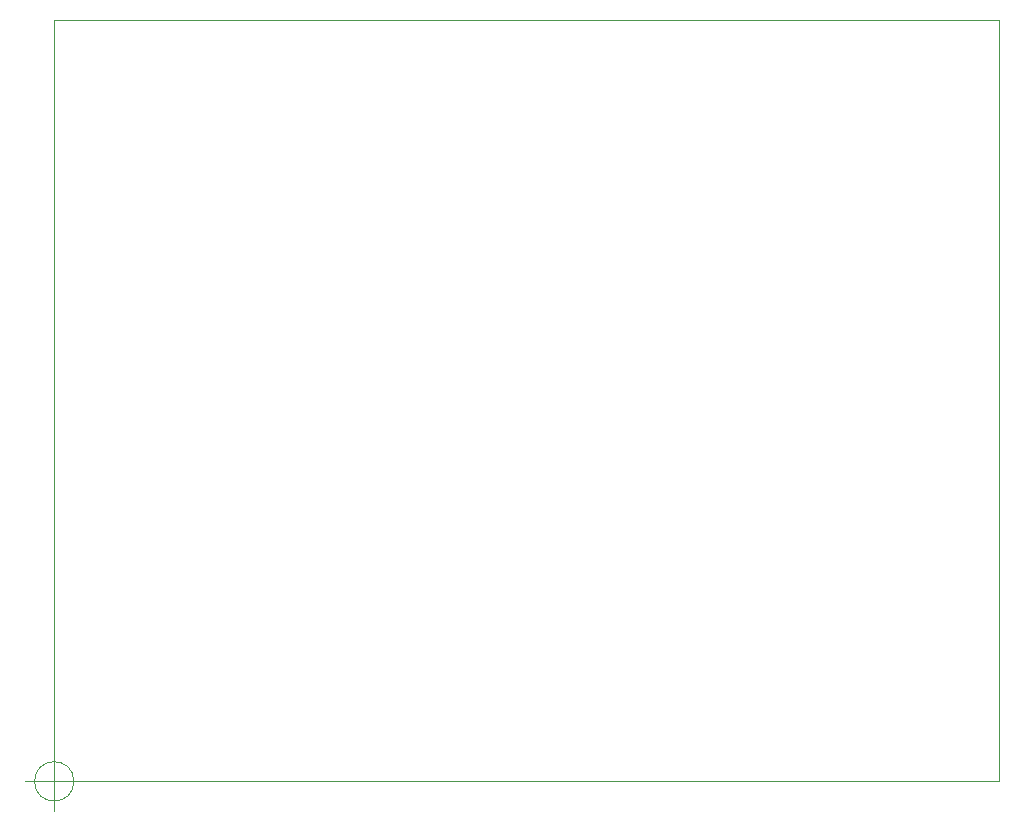
<source format=gbr>
%TF.GenerationSoftware,KiCad,Pcbnew,5.1.6-c6e7f7d~87~ubuntu20.04.1*%
%TF.CreationDate,2020-07-21T15:48:12+01:00*%
%TF.ProjectId,pmt_combiner,706d745f-636f-46d6-9269-6e65722e6b69,rev?*%
%TF.SameCoordinates,Original*%
%TF.FileFunction,Profile,NP*%
%FSLAX46Y46*%
G04 Gerber Fmt 4.6, Leading zero omitted, Abs format (unit mm)*
G04 Created by KiCad (PCBNEW 5.1.6-c6e7f7d~87~ubuntu20.04.1) date 2020-07-21 15:48:12*
%MOMM*%
%LPD*%
G01*
G04 APERTURE LIST*
%TA.AperFunction,Profile*%
%ADD10C,0.050000*%
%TD*%
G04 APERTURE END LIST*
D10*
X115166666Y-100500000D02*
G75*
G03*
X115166666Y-100500000I-1666666J0D01*
G01*
X111000000Y-100500000D02*
X116000000Y-100500000D01*
X113500000Y-98000000D02*
X113500000Y-103000000D01*
X113500000Y-100500000D02*
X113500000Y-36000000D01*
X193500000Y-100500000D02*
X113500000Y-100500000D01*
X193500000Y-36000000D02*
X193500000Y-100500000D01*
X113500000Y-36000000D02*
X193500000Y-36000000D01*
M02*

</source>
